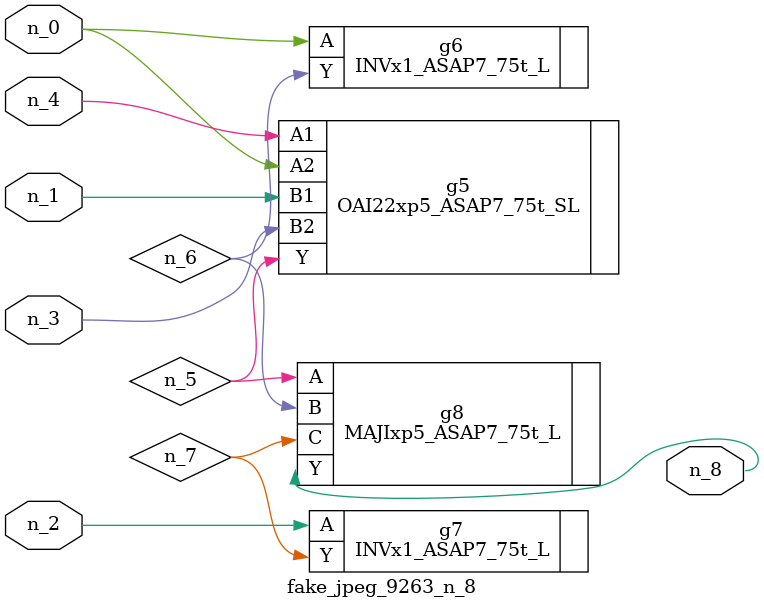
<source format=v>
module fake_jpeg_9263_n_8 (n_3, n_2, n_1, n_0, n_4, n_8);

input n_3;
input n_2;
input n_1;
input n_0;
input n_4;

output n_8;

wire n_6;
wire n_5;
wire n_7;

OAI22xp5_ASAP7_75t_SL g5 ( 
.A1(n_4),
.A2(n_0),
.B1(n_1),
.B2(n_3),
.Y(n_5)
);

INVx1_ASAP7_75t_L g6 ( 
.A(n_0),
.Y(n_6)
);

INVx1_ASAP7_75t_L g7 ( 
.A(n_2),
.Y(n_7)
);

MAJIxp5_ASAP7_75t_L g8 ( 
.A(n_5),
.B(n_6),
.C(n_7),
.Y(n_8)
);


endmodule
</source>
